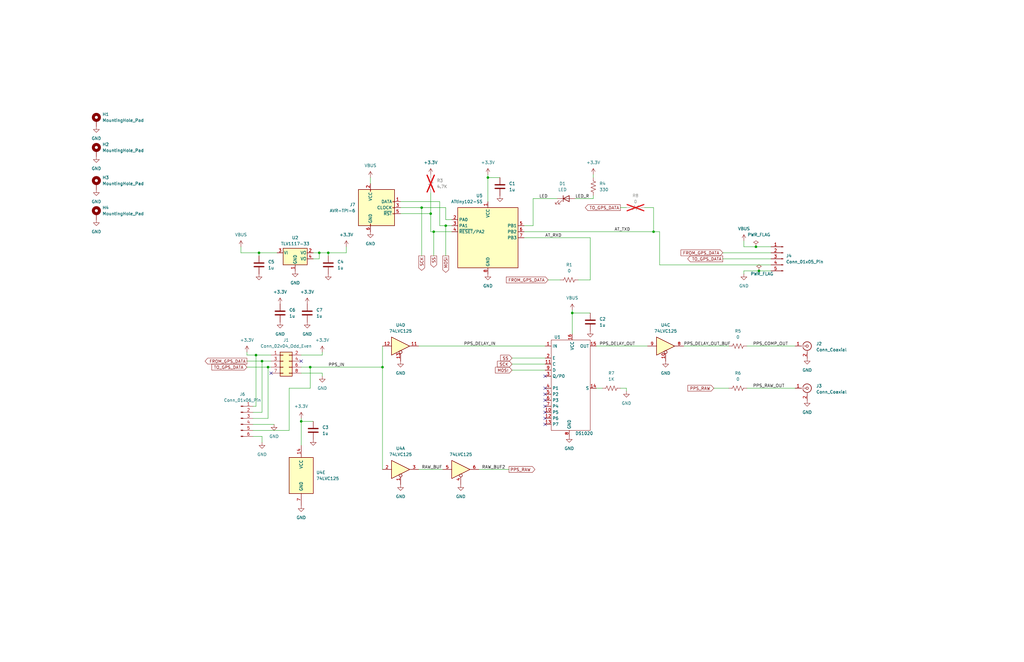
<source format=kicad_sch>
(kicad_sch (version 20230121) (generator eeschema)
  (paper "USLedger")
  (title_block (title "Sawtooth Correction Controller") (date "2024-02-15") (rev "0"))
  (lib_symbols
    (symbol "74xx:74LVC125" (pin_names (offset 1.016))
      (property "Reference" "U" (at 0 1.27 0))
      (property "Value" "74LVC125" (at 0 -1.27 0))
      (symbol "74LVC125_1_0"
        (polyline (pts (xy -3.81 3.81) (xy -3.81 -3.81) (xy 3.81 0) (xy -3.81 3.81)) (stroke (width 0.254)) (fill (type background)))
        (pin input inverted (at 0 -6.35 90) (length 4.445) (name "~") (number "1"))
        (pin input line (at -7.62 0 0) (length 3.81) (name "~") (number "2"))
        (pin tri_state line (at 7.62 0 180) (length 3.81) (name "~") (number "3"))
      )
      (symbol "74LVC125_2_0"
        (polyline (pts (xy -3.81 3.81) (xy -3.81 -3.81) (xy 3.81 0) (xy -3.81 3.81)) (stroke (width 0.254)) (fill (type background)))
        (pin input inverted (at 0 -6.35 90) (length 4.445) (name "~") (number "4"))
        (pin input line (at -7.62 0 0) (length 3.81) (name "~") (number "5"))
        (pin tri_state line (at 7.62 0 180) (length 3.81) (name "~") (number "6"))
      )
      (symbol "74LVC125_3_0"
        (polyline (pts (xy -3.81 3.81) (xy -3.81 -3.81) (xy 3.81 0) (xy -3.81 3.81)) (stroke (width 0.254)) (fill (type background)))
        (pin input inverted (at 0 -6.35 90) (length 4.445) (name "~") (number "10"))
        (pin tri_state line (at 7.62 0 180) (length 3.81) (name "~") (number "8"))
        (pin input line (at -7.62 0 0) (length 3.81) (name "~") (number "9"))
      )
      (symbol "74LVC125_4_0"
        (polyline (pts (xy -3.81 3.81) (xy -3.81 -3.81) (xy 3.81 0) (xy -3.81 3.81)) (stroke (width 0.254)) (fill (type background)))
        (pin tri_state line (at 7.62 0 180) (length 3.81) (name "~") (number "11"))
        (pin input line (at -7.62 0 0) (length 3.81) (name "~") (number "12"))
        (pin input inverted (at 0 -6.35 90) (length 4.445) (name "~") (number "13"))
      )
      (symbol "74LVC125_5_0"
        (pin power_in line (at 0 12.7 270) (length 5.08) (name "VCC") (number "14"))
        (pin power_in line (at 0 -12.7 90) (length 5.08) (name "GND") (number "7"))
      )
      (symbol "74LVC125_5_1"
        (rectangle (start -5.08 7.62) (end 5.08 -7.62) (stroke (width 0.254)) (fill (type background)))
      )
    )
    (symbol "Connector:AVR-TPI-6" (pin_names (offset 1.016))
      (property "Reference" "J" (at -6.35 8.89 0))
      (property "Value" "AVR-TPI-6" (at 0 8.89 0))
      (symbol "AVR-TPI-6_0_1"
        (rectangle (start -2.667 -6.858) (end -2.413 -7.62))
        (rectangle (start -2.667 7.62) (end -2.413 6.858))
        (rectangle (start 7.62 -2.413) (end 6.858 -2.667))
        (rectangle (start 7.62 0.127) (end 6.858 -0.127))
        (rectangle (start 7.62 2.667) (end 6.858 2.413))
        (rectangle (start 7.62 7.62) (end -7.62 -7.62) (stroke (width 0.254)) (fill (type background)))
      )
      (symbol "AVR-TPI-6_1_1"
        (pin passive line (at 10.16 2.54 180) (length 2.54) (name "DATA") (number "1"))
        (pin passive line (at -2.54 10.16 270) (length 2.54) (name "VCC") (number "2"))
        (pin passive line (at 10.16 0 180) (length 2.54) (name "CLOCK") (number "3"))
        (pin no_connect line (at 7.62 -5.08 180) (length 2.54) hide (name "NC") (number "4"))
        (pin passive line (at 10.16 -2.54 180) (length 2.54) (name "~{RST}") (number "5"))
        (pin passive line (at -2.54 -10.16 90) (length 2.54) (name "GND") (number "6"))
      )
    )
    (symbol "Connector:Conn_01x05_Pin" (pin_names (offset 1.016) hide)
      (property "Reference" "J" (at 0 7.62 0))
      (property "Value" "Conn_01x05_Pin" (at 0 -7.62 0))
      (symbol "Conn_01x05_Pin_1_1"
        (polyline (pts (xy 1.27 -5.08) (xy 0.8636 -5.08)) (stroke (width 0.1524)))
        (polyline (pts (xy 1.27 -2.54) (xy 0.8636 -2.54)) (stroke (width 0.1524)))
        (polyline (pts (xy 1.27 0) (xy 0.8636 0)) (stroke (width 0.1524)))
        (polyline (pts (xy 1.27 2.54) (xy 0.8636 2.54)) (stroke (width 0.1524)))
        (polyline (pts (xy 1.27 5.08) (xy 0.8636 5.08)) (stroke (width 0.1524)))
        (rectangle (start 0.8636 -4.953) (end 0 -5.207) (stroke (width 0.1524)) (fill (type outline)))
        (rectangle (start 0.8636 -2.413) (end 0 -2.667) (stroke (width 0.1524)) (fill (type outline)))
        (rectangle (start 0.8636 0.127) (end 0 -0.127) (stroke (width 0.1524)) (fill (type outline)))
        (rectangle (start 0.8636 2.667) (end 0 2.413) (stroke (width 0.1524)) (fill (type outline)))
        (rectangle (start 0.8636 5.207) (end 0 4.953) (stroke (width 0.1524)) (fill (type outline)))
        (pin passive line (at 5.08 5.08 180) (length 3.81) (name "Pin_1") (number "1"))
        (pin passive line (at 5.08 2.54 180) (length 3.81) (name "Pin_2") (number "2"))
        (pin passive line (at 5.08 0 180) (length 3.81) (name "Pin_3") (number "3"))
        (pin passive line (at 5.08 -2.54 180) (length 3.81) (name "Pin_4") (number "4"))
        (pin passive line (at 5.08 -5.08 180) (length 3.81) (name "Pin_5") (number "5"))
      )
    )
    (symbol "Connector:Conn_01x06_Pin" (pin_names (offset 1.016) hide)
      (property "Reference" "J" (at 0 7.62 0))
      (property "Value" "Conn_01x06_Pin" (at 0 -10.16 0))
      (symbol "Conn_01x06_Pin_1_1"
        (polyline (pts (xy 1.27 -7.62) (xy 0.8636 -7.62)) (stroke (width 0.1524)))
        (polyline (pts (xy 1.27 -5.08) (xy 0.8636 -5.08)) (stroke (width 0.1524)))
        (polyline (pts (xy 1.27 -2.54) (xy 0.8636 -2.54)) (stroke (width 0.1524)))
        (polyline (pts (xy 1.27 0) (xy 0.8636 0)) (stroke (width 0.1524)))
        (polyline (pts (xy 1.27 2.54) (xy 0.8636 2.54)) (stroke (width 0.1524)))
        (polyline (pts (xy 1.27 5.08) (xy 0.8636 5.08)) (stroke (width 0.1524)))
        (rectangle (start 0.8636 -7.493) (end 0 -7.747) (stroke (width 0.1524)) (fill (type outline)))
        (rectangle (start 0.8636 -4.953) (end 0 -5.207) (stroke (width 0.1524)) (fill (type outline)))
        (rectangle (start 0.8636 -2.413) (end 0 -2.667) (stroke (width 0.1524)) (fill (type outline)))
        (rectangle (start 0.8636 0.127) (end 0 -0.127) (stroke (width 0.1524)) (fill (type outline)))
        (rectangle (start 0.8636 2.667) (end 0 2.413) (stroke (width 0.1524)) (fill (type outline)))
        (rectangle (start 0.8636 5.207) (end 0 4.953) (stroke (width 0.1524)) (fill (type outline)))
        (pin passive line (at 5.08 5.08 180) (length 3.81) (name "Pin_1") (number "1"))
        (pin passive line (at 5.08 2.54 180) (length 3.81) (name "Pin_2") (number "2"))
        (pin passive line (at 5.08 0 180) (length 3.81) (name "Pin_3") (number "3"))
        (pin passive line (at 5.08 -2.54 180) (length 3.81) (name "Pin_4") (number "4"))
        (pin passive line (at 5.08 -5.08 180) (length 3.81) (name "Pin_5") (number "5"))
        (pin passive line (at 5.08 -7.62 180) (length 3.81) (name "Pin_6") (number "6"))
      )
    )
    (symbol "Connector:Conn_Coaxial" (pin_names (offset 1.016) hide)
      (property "Reference" "J" (at 0.254 3.048 0))
      (property "Value" "Conn_Coaxial" (at 2.921 0 90))
      (symbol "Conn_Coaxial_0_1"
        (arc (start -1.778 -0.508) (mid 0.2311 -1.8066) (end 1.778 0) (stroke (width 0.254)))
        (polyline (pts (xy -2.54 0) (xy -0.508 0)))
        (polyline (pts (xy 0 -2.54) (xy 0 -1.778)))
        (circle (center 0 0) (radius 0.508) (stroke (width 0.2032)))
        (arc (start 1.778 0) (mid 0.2099 1.8101) (end -1.778 0.508) (stroke (width 0.254)))
      )
      (symbol "Conn_Coaxial_1_1"
        (pin passive line (at -5.08 0 0) (length 2.54) (name "In") (number "1"))
        (pin passive line (at 0 -5.08 90) (length 2.54) (name "Ext") (number "2"))
      )
    )
    (symbol "Connector_Generic:Conn_02x04_Odd_Even" (pin_names (offset 1.016) hide)
      (property "Reference" "J" (at 1.27 5.08 0))
      (property "Value" "Conn_02x04_Odd_Even" (at 1.27 -7.62 0))
      (symbol "Conn_02x04_Odd_Even_1_1"
        (rectangle (start -1.27 -4.953) (end 0 -5.207) (stroke (width 0.1524)))
        (rectangle (start -1.27 -2.413) (end 0 -2.667) (stroke (width 0.1524)))
        (rectangle (start -1.27 0.127) (end 0 -0.127) (stroke (width 0.1524)))
        (rectangle (start -1.27 2.667) (end 0 2.413) (stroke (width 0.1524)))
        (rectangle (start -1.27 3.81) (end 3.81 -6.35) (stroke (width 0.254)) (fill (type background)))
        (rectangle (start 3.81 -4.953) (end 2.54 -5.207) (stroke (width 0.1524)))
        (rectangle (start 3.81 -2.413) (end 2.54 -2.667) (stroke (width 0.1524)))
        (rectangle (start 3.81 0.127) (end 2.54 -0.127) (stroke (width 0.1524)))
        (rectangle (start 3.81 2.667) (end 2.54 2.413) (stroke (width 0.1524)))
        (pin passive line (at -5.08 2.54 0) (length 3.81) (name "Pin_1") (number "1"))
        (pin passive line (at 7.62 2.54 180) (length 3.81) (name "Pin_2") (number "2"))
        (pin passive line (at -5.08 0 0) (length 3.81) (name "Pin_3") (number "3"))
        (pin passive line (at 7.62 0 180) (length 3.81) (name "Pin_4") (number "4"))
        (pin passive line (at -5.08 -2.54 0) (length 3.81) (name "Pin_5") (number "5"))
        (pin passive line (at 7.62 -2.54 180) (length 3.81) (name "Pin_6") (number "6"))
        (pin passive line (at -5.08 -5.08 0) (length 3.81) (name "Pin_7") (number "7"))
        (pin passive line (at 7.62 -5.08 180) (length 3.81) (name "Pin_8") (number "8"))
      )
    )
    (symbol "Device:C" (pin_numbers hide) (pin_names (offset 0.254))
      (property "Reference" "C" (at 0.635 2.54 0))
      (property "Value" "C" (at 0.635 -2.54 0))
      (symbol "C_0_1"
        (polyline (pts (xy -2.032 -0.762) (xy 2.032 -0.762)) (stroke (width 0.508)))
        (polyline (pts (xy -2.032 0.762) (xy 2.032 0.762)) (stroke (width 0.508)))
      )
      (symbol "C_1_1"
        (pin passive line (at 0 3.81 270) (length 2.794) (name "~") (number "1"))
        (pin passive line (at 0 -3.81 90) (length 2.794) (name "~") (number "2"))
      )
    )
    (symbol "Device:LED" (pin_numbers hide) (pin_names (offset 1.016) hide)
      (property "Reference" "D" (at 0 2.54 0))
      (property "Value" "LED" (at 0 -2.54 0))
      (symbol "LED_0_1"
        (polyline (pts (xy -1.27 -1.27) (xy -1.27 1.27)) (stroke (width 0.254)))
        (polyline (pts (xy -1.27 0) (xy 1.27 0)))
        (polyline (pts (xy 1.27 -1.27) (xy 1.27 1.27) (xy -1.27 0) (xy 1.27 -1.27)) (stroke (width 0.254)))
        (polyline (pts (xy -3.048 -0.762) (xy -4.572 -2.286) (xy -3.81 -2.286) (xy -4.572 -2.286) (xy -4.572 -1.524)))
        (polyline (pts (xy -1.778 -0.762) (xy -3.302 -2.286) (xy -2.54 -2.286) (xy -3.302 -2.286) (xy -3.302 -1.524)))
      )
      (symbol "LED_1_1"
        (pin passive line (at -3.81 0 0) (length 2.54) (name "K") (number "1"))
        (pin passive line (at 3.81 0 180) (length 2.54) (name "A") (number "2"))
      )
    )
    (symbol "Device:R_US" (pin_numbers hide) (pin_names (offset 0))
      (property "Reference" "R" (at 2.54 0 90))
      (property "Value" "R_US" (at -2.54 0 90))
      (symbol "R_US_0_1"
        (polyline (pts (xy 0 -2.286) (xy 0 -2.54)))
        (polyline (pts (xy 0 2.286) (xy 0 2.54)))
        (polyline (pts (xy 0 -0.762) (xy 1.016 -1.143) (xy 0 -1.524) (xy -1.016 -1.905) (xy 0 -2.286)))
        (polyline (pts (xy 0 0.762) (xy 1.016 0.381) (xy 0 0) (xy -1.016 -0.381) (xy 0 -0.762)))
        (polyline (pts (xy 0 2.286) (xy 1.016 1.905) (xy 0 1.524) (xy -1.016 1.143) (xy 0 0.762)))
      )
      (symbol "R_US_1_1"
        (pin passive line (at 0 3.81 270) (length 1.27) (name "~") (number "1"))
        (pin passive line (at 0 -3.81 90) (length 1.27) (name "~") (number "2"))
      )
    )
    (symbol "MCU_Microchip_ATtiny:ATtiny102-SS"
      (property "Reference" "U" (at -12.7 13.97 0))
      (property "Value" "ATtiny102-SS" (at 2.54 -13.97 0))
      (symbol "ATtiny102-SS_0_1"
        (rectangle (start -12.7 -12.7) (end 12.7 12.7) (stroke (width 0.254)) (fill (type background)))
      )
      (symbol "ATtiny102-SS_1_1"
        (pin power_in line (at 0 15.24 270) (length 2.54) (name "VCC") (number "1"))
        (pin bidirectional line (at 15.24 7.62 180) (length 2.54) (name "PA0") (number "2"))
        (pin bidirectional line (at 15.24 5.08 180) (length 2.54) (name "PA1") (number "3"))
        (pin bidirectional line (at 15.24 2.54 180) (length 2.54) (name "~{RESET}/PA2") (number "4"))
        (pin bidirectional line (at -15.24 5.08 0) (length 2.54) (name "PB1") (number "5"))
        (pin bidirectional line (at -15.24 2.54 0) (length 2.54) (name "PB2") (number "6"))
        (pin bidirectional line (at -15.24 0 0) (length 2.54) (name "PB3") (number "7"))
        (pin power_in line (at 0 -15.24 90) (length 2.54) (name "GND") (number "8"))
      )
    )
    (symbol "Mechanical:MountingHole_Pad" (pin_numbers hide) (pin_names (offset 1.016) hide)
      (property "Reference" "H" (at 0 6.35 0))
      (property "Value" "MountingHole_Pad" (at 0 4.445 0))
      (symbol "MountingHole_Pad_0_1"
        (circle (center 0 1.27) (radius 1.27) (stroke (width 1.27)))
      )
      (symbol "MountingHole_Pad_1_1"
        (pin input line (at 0 -2.54 90) (length 2.54) (name "1") (number "1"))
      )
    )
    (symbol "Regulator_Linear:TLV1117-33" (pin_names (offset 0.254))
      (property "Reference" "U2" (at 0 6.35 0))
      (property "Value" "TLV1117-33" (at 0 3.81 0))
      (symbol "TLV1117-33_0_1"
        (rectangle (start -5.08 -5.08) (end 5.08 1.905) (stroke (width 0.254)) (fill (type background)))
      )
      (symbol "TLV1117-33_1_1"
        (pin power_in line (at 0 -7.62 90) (length 2.54) (name "GND") (number "1"))
        (pin power_out line (at 7.62 0 180) (length 2.54) (name "VO") (number "2"))
        (pin power_in line (at -7.62 0 0) (length 2.54) (name "VI") (number "3"))
        (pin power_out line (at 7.62 -2.54 180) (length 2.54) (name "VO") (number "4"))
      )
    )
    (symbol "bgelb_lib:DS1020"
      (property "Reference" "U" (at -7.62 19.05 0))
      (property "Value" "DS1020" (at 8.89 -21.59 0))
      (symbol "DS1020_0_1"
        (rectangle (start -7.62 17.78) (end 8.89 -20.32))
      )
      (symbol "DS1020_1_1"
        (pin input line (at -10.16 15.24 0) (length 2.54) (name "IN") (number "1"))
        (pin input line (at -10.16 -12.7 0) (length 2.54) (name "P5") (number "10"))
        (pin input line (at -10.16 7.62 0) (length 2.54) (name "C") (number "11"))
        (pin input line (at -10.16 -15.24 0) (length 2.54) (name "P6") (number "12"))
        (pin input line (at -10.16 -17.78 0) (length 2.54) (name "P7") (number "13"))
        (pin input line (at 11.43 -2.54 180) (length 2.54) (name "S") (number "14"))
        (pin output line (at 11.43 15.24 180) (length 2.54) (name "OUT") (number "15"))
        (pin power_in line (at 1.27 20.32 270) (length 2.54) (name "VCC") (number "16"))
        (pin input line (at -10.16 10.16 0) (length 2.54) (name "E") (number "2"))
        (pin bidirectional line (at -10.16 2.54 0) (length 2.54) (name "Q/P0") (number "3"))
        (pin input line (at -10.16 -2.54 0) (length 2.54) (name "P1") (number "4"))
        (pin input line (at -10.16 -5.08 0) (length 2.54) (name "P2") (number "5"))
        (pin input line (at -10.16 -7.62 0) (length 2.54) (name "P3") (number "6"))
        (pin input line (at -10.16 -10.16 0) (length 2.54) (name "P4") (number "7"))
        (pin power_in line (at 0 -22.86 90) (length 2.54) (name "GND") (number "8"))
        (pin input line (at -10.16 5.08 0) (length 2.54) (name "D") (number "9"))
      )
    )
    (symbol "power:+3.3V" (power) (pin_names (offset 0))
      (property "Value" "+3.3V" (at 0 3.556 0))
      (symbol "+3.3V_0_1"
        (polyline (pts (xy -0.762 1.27) (xy 0 2.54)))
        (polyline (pts (xy 0 0) (xy 0 2.54)))
        (polyline (pts (xy 0 2.54) (xy 0.762 1.27)))
      )
      (symbol "+3.3V_1_1"
        (pin power_in line (at 0 0 90) (length 0) hide (name "+3.3V") (number "1"))
      )
    )
    (symbol "power:GND" (power) (pin_names (offset 0))
      (property "Value" "GND" (at 0 -3.81 0))
      (symbol "GND_0_1"
        (polyline (pts (xy 0 0) (xy 0 -1.27) (xy 1.27 -1.27) (xy 0 -2.54) (xy -1.27 -1.27) (xy 0 -1.27)))
      )
      (symbol "GND_1_1"
        (pin power_in line (at 0 0 270) (length 0) hide (name "GND") (number "1"))
      )
    )
    (symbol "power:PWR_FLAG" (power) (pin_numbers hide) (pin_names (offset 0) hide)
      (property "Value" "PWR_FLAG" (at 0 3.81 0))
      (symbol "PWR_FLAG_0_0"
        (pin power_out line (at 0 0 90) (length 0) (name "pwr") (number "1"))
      )
      (symbol "PWR_FLAG_0_1"
        (polyline (pts (xy 0 0) (xy 0 1.27) (xy -1.016 1.905) (xy 0 2.54) (xy 1.016 1.905) (xy 0 1.27)))
      )
    )
    (symbol "power:VBUS" (power) (pin_names (offset 0))
      (property "Value" "VBUS" (at 0 3.81 0))
      (symbol "VBUS_0_1"
        (polyline (pts (xy -0.762 1.27) (xy 0 2.54)))
        (polyline (pts (xy 0 0) (xy 0 2.54)))
        (polyline (pts (xy 0 2.54) (xy 0.762 1.27)))
      )
      (symbol "VBUS_1_1"
        (pin power_in line (at 0 0 90) (length 0) hide (name "VBUS") (number "1"))
      )
    )
  )
  (junction (at 107.95 149.86))
  (junction (at 241.3 132.08))
  (junction (at 181.61 90.17))
  (junction (at 182.88 97.79))
  (junction (at 109.22 106.68))
  (junction (at 161.29 154.94))
  (junction (at 138.43 106.68))
  (junction (at 205.74 74.93))
  (junction (at 127 177.8))
  (junction (at 318.77 104.14))
  (junction (at 275.59 97.79))
  (junction (at 113.03 154.94))
  (junction (at 134.62 106.68))
  (junction (at 320.04 114.3))
  (junction (at 130.81 154.94))
  (junction (at 110.49 152.4))
  (junction (at 177.8 87.63))
  (junction (at 187.96 95.25))
  (no_connect (at 229.87 168.91))
  (no_connect (at 229.87 173.99))
  (no_connect (at 229.87 163.83))
  (no_connect (at 229.87 158.75))
  (no_connect (at 229.87 179.07))
  (no_connect (at 127 152.4))
  (no_connect (at 229.87 166.37))
  (no_connect (at 229.87 171.45))
  (no_connect (at 229.87 176.53))
  (no_connect (at 114.3 157.48))
  (wire (pts (xy 220.98 95.25) (xy 224.79 95.25)))
  (wire (pts (xy 168.91 90.17) (xy 181.61 90.17)))
  (wire (pts (xy 314.96 163.83) (xy 335.28 163.83)))
  (wire (pts (xy 106.68 184.15) (xy 110.49 184.15)))
  (wire (pts (xy 242.57 83.82) (xy 250.19 83.82)))
  (wire (pts (xy 241.3 130.81) (xy 241.3 132.08)))
  (wire (pts (xy 127 149.86) (xy 135.89 149.86)))
  (wire (pts (xy 110.49 152.4) (xy 114.3 152.4)))
  (wire (pts (xy 215.9 156.21) (xy 229.87 156.21)))
  (wire (pts (xy 201.93 198.12) (xy 214.63 198.12)))
  (wire (pts (xy 181.61 81.28) (xy 181.61 90.17)))
  (wire (pts (xy 135.89 149.86) (xy 135.89 148.59)))
  (wire (pts (xy 127 154.94) (xy 130.81 154.94)))
  (wire (pts (xy 113.03 176.53) (xy 113.03 154.94)))
  (wire (pts (xy 313.69 101.6) (xy 313.69 104.14)))
  (wire (pts (xy 185.42 95.25) (xy 187.96 95.25)))
  (wire (pts (xy 176.53 198.12) (xy 186.69 198.12)))
  (wire (pts (xy 275.59 97.79) (xy 278.13 97.79)))
  (wire (pts (xy 121.92 163.83) (xy 130.81 163.83)))
  (wire (pts (xy 106.68 171.45) (xy 107.95 171.45)))
  (wire (pts (xy 177.8 87.63) (xy 177.8 107.95)))
  (wire (pts (xy 224.79 95.25) (xy 224.79 83.82)))
  (wire (pts (xy 104.14 154.94) (xy 113.03 154.94)))
  (wire (pts (xy 304.8 106.68) (xy 325.12 106.68)))
  (wire (pts (xy 187.96 95.25) (xy 190.5 95.25)))
  (wire (pts (xy 106.68 179.07) (xy 115.57 179.07)))
  (wire (pts (xy 168.91 85.09) (xy 185.42 85.09)))
  (wire (pts (xy 127 177.8) (xy 127 187.96)))
  (wire (pts (xy 300.99 163.83) (xy 307.34 163.83)))
  (wire (pts (xy 107.95 149.86) (xy 114.3 149.86)))
  (wire (pts (xy 161.29 146.05) (xy 161.29 154.94)))
  (wire (pts (xy 314.96 146.05) (xy 335.28 146.05)))
  (wire (pts (xy 313.69 104.14) (xy 318.77 104.14)))
  (wire (pts (xy 278.13 111.76) (xy 325.12 111.76)))
  (wire (pts (xy 250.19 83.82) (xy 250.19 82.55)))
  (wire (pts (xy 241.3 132.08) (xy 241.3 140.97)))
  (wire (pts (xy 127 157.48) (xy 135.89 157.48)))
  (wire (pts (xy 205.74 74.93) (xy 210.82 74.93)))
  (wire (pts (xy 243.84 118.11) (xy 248.92 118.11)))
  (wire (pts (xy 231.14 118.11) (xy 236.22 118.11)))
  (wire (pts (xy 146.05 104.14) (xy 146.05 106.68)))
  (wire (pts (xy 107.95 171.45) (xy 107.95 149.86)))
  (wire (pts (xy 161.29 154.94) (xy 161.29 198.12)))
  (wire (pts (xy 109.22 106.68) (xy 101.6 106.68)))
  (wire (pts (xy 205.74 74.93) (xy 205.74 85.09)))
  (wire (pts (xy 176.53 146.05) (xy 229.87 146.05)))
  (wire (pts (xy 132.08 106.68) (xy 134.62 106.68)))
  (wire (pts (xy 107.95 149.86) (xy 104.14 149.86)))
  (wire (pts (xy 278.13 97.79) (xy 278.13 111.76)))
  (wire (pts (xy 224.79 83.82) (xy 234.95 83.82)))
  (wire (pts (xy 101.6 106.68) (xy 101.6 104.14)))
  (wire (pts (xy 288.29 146.05) (xy 307.34 146.05)))
  (wire (pts (xy 187.96 87.63) (xy 187.96 92.71)))
  (wire (pts (xy 251.46 163.83) (xy 254 163.83)))
  (wire (pts (xy 127 176.53) (xy 127 177.8)))
  (wire (pts (xy 181.61 97.79) (xy 182.88 97.79)))
  (wire (pts (xy 130.81 163.83) (xy 130.81 154.94)))
  (wire (pts (xy 168.91 87.63) (xy 177.8 87.63)))
  (wire (pts (xy 182.88 97.79) (xy 190.5 97.79)))
  (wire (pts (xy 251.46 146.05) (xy 273.05 146.05)))
  (wire (pts (xy 205.74 73.66) (xy 205.74 74.93)))
  (wire (pts (xy 271.78 87.63) (xy 275.59 87.63)))
  (wire (pts (xy 132.08 109.22) (xy 134.62 109.22)))
  (wire (pts (xy 220.98 100.33) (xy 248.92 100.33)))
  (wire (pts (xy 134.62 109.22) (xy 134.62 106.68)))
  (wire (pts (xy 113.03 154.94) (xy 114.3 154.94)))
  (wire (pts (xy 177.8 87.63) (xy 187.96 87.63)))
  (wire (pts (xy 134.62 106.68) (xy 138.43 106.68)))
  (wire (pts (xy 220.98 97.79) (xy 275.59 97.79)))
  (wire (pts (xy 248.92 118.11) (xy 248.92 100.33)))
  (wire (pts (xy 106.68 181.61) (xy 121.92 181.61)))
  (wire (pts (xy 275.59 87.63) (xy 275.59 97.79)))
  (wire (pts (xy 109.22 106.68) (xy 116.84 106.68)))
  (wire (pts (xy 215.9 151.13) (xy 229.87 151.13)))
  (wire (pts (xy 104.14 152.4) (xy 110.49 152.4)))
  (wire (pts (xy 156.21 74.93) (xy 156.21 77.47)))
  (wire (pts (xy 248.92 132.08) (xy 241.3 132.08)))
  (wire (pts (xy 138.43 107.95) (xy 138.43 106.68)))
  (wire (pts (xy 185.42 85.09) (xy 185.42 95.25)))
  (wire (pts (xy 181.61 90.17) (xy 181.61 97.79)))
  (wire (pts (xy 304.8 109.22) (xy 325.12 109.22)))
  (wire (pts (xy 106.68 176.53) (xy 113.03 176.53)))
  (wire (pts (xy 215.9 153.67) (xy 229.87 153.67)))
  (wire (pts (xy 182.88 97.79) (xy 182.88 107.95)))
  (wire (pts (xy 313.69 114.3) (xy 320.04 114.3)))
  (wire (pts (xy 135.89 157.48) (xy 135.89 158.75)))
  (wire (pts (xy 320.04 114.3) (xy 325.12 114.3)))
  (wire (pts (xy 106.68 173.99) (xy 110.49 173.99)))
  (wire (pts (xy 146.05 106.68) (xy 138.43 106.68)))
  (wire (pts (xy 104.14 149.86) (xy 104.14 148.59)))
  (wire (pts (xy 318.77 104.14) (xy 325.12 104.14)))
  (wire (pts (xy 110.49 173.99) (xy 110.49 152.4)))
  (wire (pts (xy 261.62 163.83) (xy 264.16 163.83)))
  (wire (pts (xy 261.62 87.63) (xy 264.16 87.63)))
  (wire (pts (xy 121.92 181.61) (xy 121.92 163.83)))
  (wire (pts (xy 187.96 95.25) (xy 187.96 107.95)))
  (wire (pts (xy 127 177.8) (xy 132.08 177.8)))
  (wire (pts (xy 250.19 73.66) (xy 250.19 74.93)))
  (wire (pts (xy 313.69 114.3) (xy 313.69 115.57)))
  (wire (pts (xy 110.49 184.15) (xy 110.49 186.69)))
  (wire (pts (xy 187.96 92.71) (xy 190.5 92.71)))
  (wire (pts (xy 264.16 163.83) (xy 264.16 165.1)))
  (wire (pts (xy 130.81 154.94) (xy 161.29 154.94)))
  (wire (pts (xy 109.22 106.68) (xy 109.22 107.95)))
  (label "RAW_BUF2" (at 203.2 198.12 0))
  (label "PPS_DELAY_IN" (at 195.58 146.05 0))
  (label "AT_RXD" (at 229.87 100.33 0))
  (label "LED_R" (at 242.57 83.82 0))
  (label "PPS_DELAY_OUT_BUF" (at 288.29 146.05 0))
  (label "PPS_DELAY_OUT" (at 252.73 146.05 0))
  (label "LED" (at 227.33 83.82 0))
  (label "AT_TXD" (at 259.08 97.79 0))
  (label "PPS_COMP_OUT" (at 317.5 146.05 0))
  (label "PPS_IN" (at 138.43 154.94 0))
  (label "RAW_BUF" (at 177.8 198.12 0))
  (label "PPS_RAW_OUT" (at 317.5 163.83 0))
  (global_label "FROM_GPS_DATA" (shape input) (at 304.8 106.68 180) (property "Intersheetrefs" "${INTERSHEET_REFS}" (effects hide)))
  (global_label "PPS_RAW" (shape input) (at 300.99 163.83 180) (property "Intersheetrefs" "${INTERSHEET_REFS}" (effects hide)))
  (global_label "SCK" (shape output) (at 177.8 107.95 270) (property "Intersheetrefs" "${INTERSHEET_REFS}" (effects hide)))
  (global_label "SCK" (shape input) (at 215.9 153.67 180) (property "Intersheetrefs" "${INTERSHEET_REFS}" (effects hide)))
  (global_label "FROM_GPS_DATA" (shape input) (at 231.14 118.11 180) (property "Intersheetrefs" "${INTERSHEET_REFS}" (effects hide)))
  (global_label "TO_GPS_DATA" (shape output) (at 261.62 87.63 180) (property "Intersheetrefs" "${INTERSHEET_REFS}" (effects hide)))
  (global_label "MOSI" (shape input) (at 215.9 156.21 180) (property "Intersheetrefs" "${INTERSHEET_REFS}" (effects hide)))
  (global_label "SS" (shape input) (at 215.9 151.13 180) (property "Intersheetrefs" "${INTERSHEET_REFS}" (effects hide)))
  (global_label "FROM_GPS_DATA" (shape output) (at 104.14 152.4 180) (property "Intersheetrefs" "${INTERSHEET_REFS}" (effects hide)))
  (global_label "MOSI" (shape output) (at 187.96 107.95 270) (property "Intersheetrefs" "${INTERSHEET_REFS}" (effects hide)))
  (global_label "TO_GPS_DATA" (shape input) (at 104.14 154.94 180) (property "Intersheetrefs" "${INTERSHEET_REFS}" (effects hide)))
  (global_label "PPS_RAW" (shape output) (at 214.63 198.12 0) (property "Intersheetrefs" "${INTERSHEET_REFS}" (effects hide)))
  (global_label "SS" (shape output) (at 182.88 107.95 270) (property "Intersheetrefs" "${INTERSHEET_REFS}" (effects hide)))
  (global_label "TO_GPS_DATA" (shape output) (at 304.8 109.22 180) (property "Intersheetrefs" "${INTERSHEET_REFS}" (effects hide)))
  (symbol (lib_id "power:GND") (at 210.82 82.55 0) (unit 1)
    (property "Reference" "#PWR014" (effects hide))
    (property "Value" "GND" (effects hide))
  )
  (symbol (lib_id "Regulator_Linear:TLV1117-33") (at 124.46 106.68 0) (unit 1)
    (property "Reference" "U2" (at 124.46 100.33 0))
    (property "Value" "TLV1117-33" (at 124.46 102.87 0))
    (property "Footprint" "Package_TO_SOT_SMD:SOT-223" (effects hide))
    (property "Datasheet" "http://www.ti.com/lit/ds/symlink/tlv1117.pdf" (effects hide))
  )
  (symbol (lib_id "power:GND") (at 340.36 151.13 0) (unit 1)
    (property "Reference" "#PWR024" (effects hide))
    (property "Value" "GND" (at 340.36 156.21 0))
  )
  (symbol (lib_id "MCU_Microchip_ATtiny:ATtiny102-SS") (at 205.74 100.33 0) (mirror y) (unit 1)
    (property "Reference" "U5" (at 203.5459 82.55 0) (effects (justify left)))
    (property "Value" "ATtiny102-SS" (at 203.5459 85.09 0) (effects (justify left)))
    (property "Footprint" "Package_SO:SOIC-8_3.9x4.9mm_P1.27mm" (effects hide))
    (property "Datasheet" "http://ww1.microchip.com/downloads/en/DeviceDoc/Atmel-42505-8-bit-AVR-Microcontrollers-ATtiny102-ATtiny104_Datasheet.pdf" (effects hide))
  )
  (symbol (lib_id "Mechanical:MountingHole_Pad") (at 40.64 77.47 0) (unit 1)
    (property "Reference" "H3" (at 43.18 74.93 0) (effects (justify left)))
    (property "Value" "MountingHole_Pad" (at 43.18 77.47 0) (effects (justify left)))
    (property "Footprint" "MountingHole:MountingHole_3mm_Pad_TopBottom" (effects hide))
  )
  (symbol (lib_id "Device:C") (at 118.11 132.08 0) (unit 1)
    (property "Reference" "C6" (at 121.92 130.81 0) (effects (justify left)))
    (property "Value" "1u" (at 121.92 133.35 0) (effects (justify left)))
    (property "Footprint" "Capacitor_SMD:C_0805_2012Metric_Pad1.18x1.45mm_HandSolder" (effects hide))
  )
  (symbol (lib_id "Connector:Conn_Coaxial") (at 340.36 163.83 0) (unit 1)
    (property "Reference" "J3" (at 344.17 162.8532 0) (effects (justify left)))
    (property "Value" "Conn_Coaxial" (at 344.17 165.3932 0) (effects (justify left)))
    (property "Footprint" "Connector_Coaxial:SMA_Amphenol_901-143_Horizontal" (effects hide))
    (property "Datasheet" " ~" (effects hide))
  )
  (symbol (lib_id "power:GND") (at 127 213.36 0) (unit 1)
    (property "Reference" "#PWR020" (effects hide))
    (property "Value" "GND" (at 127 218.44 0))
  )
  (symbol (lib_id "power:+3.3V") (at 118.11 128.27 0) (unit 1)
    (property "Reference" "#PWR040" (effects hide))
    (property "Value" "+3.3V" (at 118.11 123.19 0))
  )
  (symbol (lib_id "Device:R_US") (at 250.19 78.74 180) (unit 1)
    (property "Reference" "R4" (at 252.73 77.47 0) (effects (justify right)))
    (property "Value" "330" (at 252.73 80.01 0) (effects (justify right)))
    (property "Footprint" "Resistor_SMD:R_0805_2012Metric_Pad1.20x1.40mm_HandSolder" (effects hide))
  )
  (symbol (lib_id "74xx:74LVC125") (at 127 200.66 0) (unit 5)
    (property "Reference" "U4" (at 133.35 199.39 0) (effects (justify left)))
    (property "Value" "74LVC125" (at 133.35 201.93 0) (effects (justify left)))
    (property "Footprint" "Package_SO:SOIC-14_3.9x8.7mm_P1.27mm" (effects hide))
    (property "Datasheet" "http://www.ti.com/lit/gpn/sn74LVC125" (effects hide))
  )
  (symbol (lib_id "Device:R_US") (at 311.15 146.05 270) (unit 1)
    (property "Reference" "R5" (at 311.15 139.7 90))
    (property "Value" "0" (at 311.15 142.24 90))
    (property "Footprint" "Resistor_SMD:R_0805_2012Metric_Pad1.20x1.40mm_HandSolder" (effects hide))
  )
  (symbol (lib_id "power:+3.3V") (at 104.14 148.59 0) (unit 1)
    (property "Reference" "#PWR010" (effects hide))
    (property "Value" "+3.3V" (at 104.14 143.51 0))
  )
  (symbol (lib_id "Device:R_US") (at 267.97 87.63 270) (unit 1) (dnp yes)
    (property "Reference" "R8" (at 267.97 82.55 90))
    (property "Value" "0" (at 267.97 85.09 90))
    (property "Footprint" "Resistor_SMD:R_0805_2012Metric_Pad1.20x1.40mm_HandSolder" (effects hide))
  )
  (symbol (lib_id "power:GND") (at 109.22 115.57 0) (unit 1)
    (property "Reference" "#PWR031" (effects hide))
    (property "Value" "GND" (effects hide))
  )
  (symbol (lib_id "Connector:Conn_Coaxial") (at 340.36 146.05 0) (unit 1)
    (property "Reference" "J2" (at 344.17 145.0732 0) (effects (justify left)))
    (property "Value" "Conn_Coaxial" (at 344.17 147.6132 0) (effects (justify left)))
    (property "Footprint" "Connector_Coaxial:SMA_Amphenol_901-143_Horizontal" (effects hide))
    (property "Datasheet" " ~" (effects hide))
  )
  (symbol (lib_id "power:GND") (at 135.89 158.75 0) (unit 1)
    (property "Reference" "#PWR011" (effects hide))
    (property "Value" "GND" (at 135.89 163.83 0))
  )
  (symbol (lib_id "74xx:74LVC125") (at 194.31 198.12 0) (unit 2)
    (property "Reference" "U4" (effects hide))
    (property "Value" "74LVC125" (at 194.31 191.77 0))
    (property "Footprint" "Package_SO:SOIC-14_3.9x8.7mm_P1.27mm" (effects hide))
    (property "Datasheet" "http://www.ti.com/lit/gpn/sn74LVC125" (effects hide))
  )
  (symbol (lib_id "power:PWR_FLAG") (at 318.77 104.14 0) (unit 1)
    (property "Reference" "#FLG01" (effects hide))
    (property "Value" "PWR_FLAG" (at 320.04 99.06 0))
  )
  (symbol (lib_id "power:VBUS") (at 101.6 104.14 0) (unit 1)
    (property "Reference" "#PWR01" (effects hide))
    (property "Value" "VBUS" (at 101.6 99.06 0))
  )
  (symbol (lib_id "power:GND") (at 205.74 115.57 0) (unit 1)
    (property "Reference" "#PWR07" (effects hide))
    (property "Value" "GND" (at 205.74 120.65 0))
  )
  (symbol (lib_id "power:GND") (at 40.64 80.01 0) (unit 1)
    (property "Reference" "#PWR035" (effects hide))
    (property "Value" "GND" (at 40.64 85.09 0))
  )
  (symbol (lib_id "power:+3.3V") (at 127 176.53 0) (unit 1)
    (property "Reference" "#PWR021" (effects hide))
    (property "Value" "+3.3V" (at 127 171.45 0))
  )
  (symbol (lib_id "power:+3.3V") (at 129.54 128.27 0) (unit 1)
    (property "Reference" "#PWR039" (effects hide))
    (property "Value" "+3.3V" (at 129.54 123.19 0))
  )
  (symbol (lib_id "Connector:Conn_01x05_Pin") (at 330.2 109.22 0) (mirror y) (unit 1)
    (property "Reference" "J4" (at 331.47 107.95 0) (effects (justify right)))
    (property "Value" "Conn_01x05_Pin" (at 331.47 110.49 0) (effects (justify right)))
    (property "Footprint" "Connector_PinHeader_2.54mm:PinHeader_1x05_P2.54mm_Vertical" (effects hide))
  )
  (symbol (lib_id "bgelb_lib:DS1020") (at 240.03 161.29 0) (unit 1)
    (property "Reference" "U1" (at 233.68 142.24 0) (effects (justify left)))
    (property "Value" "DS1020" (at 242.57 182.88 0) (effects (justify left)))
    (property "Footprint" "Package_SO:SOIC-16W_7.5x10.3mm_P1.27mm" (effects hide))
  )
  (symbol (lib_id "power:VBUS") (at 156.21 74.93 0) (unit 1)
    (property "Reference" "#PWR029" (effects hide))
    (property "Value" "VBUS" (at 156.21 69.85 0))
  )
  (symbol (lib_id "power:GND") (at 110.49 186.69 0) (unit 1)
    (property "Reference" "#PWR032" (effects hide))
    (property "Value" "GND" (at 110.49 191.77 0))
  )
  (symbol (lib_id "power:GND") (at 40.64 92.71 0) (unit 1)
    (property "Reference" "#PWR036" (effects hide))
    (property "Value" "GND" (at 40.64 97.79 0))
  )
  (symbol (lib_id "Device:R_US") (at 311.15 163.83 270) (unit 1)
    (property "Reference" "R6" (at 311.15 157.48 90))
    (property "Value" "0" (at 311.15 160.02 90))
    (property "Footprint" "Resistor_SMD:R_0805_2012Metric_Pad1.20x1.40mm_HandSolder" (effects hide))
  )
  (symbol (lib_id "Device:LED") (at 238.76 83.82 0) (unit 1)
    (property "Reference" "D1" (at 237.1725 77.47 0))
    (property "Value" "LED" (at 237.1725 80.01 0))
    (property "Footprint" "LED_SMD:LED_1206_3216Metric_Pad1.42x1.75mm_HandSolder" (effects hide))
  )
  (symbol (lib_id "power:VBUS") (at 313.69 101.6 0) (unit 1)
    (property "Reference" "#PWR026" (effects hide))
    (property "Value" "VBUS" (at 313.69 96.52 0))
  )
  (symbol (lib_id "power:GND") (at 168.91 152.4 0) (unit 1)
    (property "Reference" "#PWR018" (effects hide))
    (property "Value" "GND" (at 168.91 157.48 0))
  )
  (symbol (lib_id "power:PWR_FLAG") (at 320.04 114.3 0) (unit 1)
    (property "Reference" "#FLG02" (effects hide))
    (property "Value" "PWR_FLAG" (at 321.31 115.57 0))
  )
  (symbol (lib_id "power:GND") (at 124.46 114.3 0) (unit 1)
    (property "Reference" "#PWR03" (effects hide))
    (property "Value" "GND" (at 124.46 119.38 0))
  )
  (symbol (lib_id "Connector:AVR-TPI-6") (at 158.75 87.63 0) (unit 1)
    (property "Reference" "J7" (at 149.86 86.36 0) (effects (justify right)))
    (property "Value" "AVR-TPI-6" (at 149.86 88.9 0) (effects (justify right)))
    (property "Footprint" "Connector_PinHeader_2.54mm:PinHeader_2x03_P2.54mm_Vertical" (effects hide))
    (property "Datasheet" " ~" (effects hide))
  )
  (symbol (lib_id "power:GND") (at 313.69 115.57 0) (unit 1)
    (property "Reference" "#PWR027" (effects hide))
    (property "Value" "GND" (at 313.69 120.65 0))
  )
  (symbol (lib_id "74xx:74LVC125") (at 168.91 146.05 0) (unit 4)
    (property "Reference" "U4" (at 168.91 137.16 0))
    (property "Value" "74LVC125" (at 168.91 139.7 0))
    (property "Footprint" "Package_SO:SOIC-14_3.9x8.7mm_P1.27mm" (effects hide))
    (property "Datasheet" "http://www.ti.com/lit/gpn/sn74LVC125" (effects hide))
  )
  (symbol (lib_id "power:+3.3V") (at 181.61 73.66 0) (unit 1)
    (property "Reference" "#PWR06" (effects hide))
    (property "Value" "+3.3V" (at 181.61 68.58 0))
  )
  (symbol (lib_id "Mechanical:MountingHole_Pad") (at 40.64 50.8 0) (unit 1)
    (property "Reference" "H1" (at 43.18 48.26 0) (effects (justify left)))
    (property "Value" "MountingHole_Pad" (at 43.18 50.8 0) (effects (justify left)))
    (property "Footprint" "MountingHole:MountingHole_3mm_Pad_TopBottom" (effects hide))
  )
  (symbol (lib_id "power:GND") (at 40.64 66.04 0) (unit 1)
    (property "Reference" "#PWR034" (effects hide))
    (property "Value" "GND" (at 40.64 71.12 0))
  )
  (symbol (lib_id "Mechanical:MountingHole_Pad") (at 40.64 63.5 0) (unit 1)
    (property "Reference" "H2" (at 43.18 60.96 0) (effects (justify left)))
    (property "Value" "MountingHole_Pad" (at 43.18 63.5 0) (effects (justify left)))
    (property "Footprint" "MountingHole:MountingHole_3mm_Pad_TopBottom" (effects hide))
  )
  (symbol (lib_id "power:VBUS") (at 241.3 130.81 0) (unit 1)
    (property "Reference" "#PWR04" (effects hide))
    (property "Value" "VBUS" (at 241.3 125.73 0))
  )
  (symbol (lib_id "power:+3.3V") (at 135.89 148.59 0) (unit 1)
    (property "Reference" "#PWR09" (effects hide))
    (property "Value" "+3.3V" (at 135.89 143.51 0))
  )
  (symbol (lib_id "Device:C") (at 109.22 111.76 0) (unit 1)
    (property "Reference" "C5" (at 113.03 110.49 0) (effects (justify left)))
    (property "Value" "1u" (at 113.03 113.03 0) (effects (justify left)))
    (property "Footprint" "Capacitor_SMD:C_0805_2012Metric_Pad1.18x1.45mm_HandSolder" (effects hide))
  )
  (symbol (lib_id "power:GND") (at 340.36 168.91 0) (unit 1)
    (property "Reference" "#PWR025" (effects hide))
    (property "Value" "GND" (at 340.36 173.99 0))
  )
  (symbol (lib_id "power:+3.3V") (at 146.05 104.14 0) (unit 1)
    (property "Reference" "#PWR02" (effects hide))
    (property "Value" "+3.3V" (at 146.05 99.06 0))
  )
  (symbol (lib_id "74xx:74LVC125") (at 168.91 198.12 0) (unit 1)
    (property "Reference" "U4" (at 168.91 189.23 0))
    (property "Value" "74LVC125" (at 168.91 191.77 0))
    (property "Footprint" "Package_SO:SOIC-14_3.9x8.7mm_P1.27mm" (effects hide))
    (property "Datasheet" "http://www.ti.com/lit/gpn/sn74LVC125" (effects hide))
  )
  (symbol (lib_id "power:GND") (at 264.16 165.1 0) (unit 1)
    (property "Reference" "#PWR023" (effects hide))
    (property "Value" "GND" (at 264.16 170.18 0))
  )
  (symbol (lib_id "power:GND") (at 138.43 115.57 0) (unit 1)
    (property "Reference" "#PWR030" (effects hide))
    (property "Value" "GND" (effects hide))
  )
  (symbol (lib_id "Mechanical:MountingHole_Pad") (at 40.64 90.17 0) (unit 1)
    (property "Reference" "H4" (at 43.18 87.63 0) (effects (justify left)))
    (property "Value" "MountingHole_Pad" (at 43.18 90.17 0) (effects (justify left)))
    (property "Footprint" "MountingHole:MountingHole_3mm_Pad_TopBottom" (effects hide))
  )
  (symbol (lib_id "power:+3.3V") (at 205.74 73.66 0) (unit 1)
    (property "Reference" "#PWR013" (effects hide))
    (property "Value" "+3.3V" (at 205.74 68.58 0))
  )
  (symbol (lib_id "power:GND") (at 118.11 135.89 0) (unit 1)
    (property "Reference" "#PWR038" (effects hide))
    (property "Value" "GND" (at 118.11 140.97 0))
  )
  (symbol (lib_id "74xx:74LVC125") (at 280.67 146.05 0) (unit 3)
    (property "Reference" "U4" (at 280.67 137.16 0))
    (property "Value" "74LVC125" (at 280.67 139.7 0))
    (property "Footprint" "Package_SO:SOIC-14_3.9x8.7mm_P1.27mm" (effects hide))
    (property "Datasheet" "http://www.ti.com/lit/gpn/sn74LVC125" (effects hide))
  )
  (symbol (lib_id "Device:R_US") (at 181.61 77.47 180) (unit 1) (dnp yes)
    (property "Reference" "R3" (at 184.15 76.2 0) (effects (justify right)))
    (property "Value" "4.7K" (at 184.15 78.74 0) (effects (justify right)))
    (property "Footprint" "Resistor_SMD:R_0805_2012Metric_Pad1.20x1.40mm_HandSolder" (effects hide))
  )
  (symbol (lib_id "Device:C") (at 138.43 111.76 0) (unit 1)
    (property "Reference" "C4" (at 142.24 110.49 0) (effects (justify left)))
    (property "Value" "1u" (at 142.24 113.03 0) (effects (justify left)))
    (property "Footprint" "Capacitor_SMD:C_0805_2012Metric_Pad1.18x1.45mm_HandSolder" (effects hide))
  )
  (symbol (lib_id "power:GND") (at 156.21 97.79 0) (unit 1)
    (property "Reference" "#PWR028" (effects hide))
    (property "Value" "GND" (at 156.21 102.87 0))
  )
  (symbol (lib_id "power:GND") (at 40.64 53.34 0) (unit 1)
    (property "Reference" "#PWR019" (effects hide))
    (property "Value" "GND" (at 40.64 58.42 0))
  )
  (symbol (lib_id "Device:C") (at 248.92 135.89 0) (unit 1)
    (property "Reference" "C2" (at 252.73 134.62 0) (effects (justify left)))
    (property "Value" "1u" (at 252.73 137.16 0) (effects (justify left)))
    (property "Footprint" "Capacitor_SMD:C_0805_2012Metric_Pad1.18x1.45mm_HandSolder" (effects hide))
  )
  (symbol (lib_id "Device:C") (at 210.82 78.74 0) (unit 1)
    (property "Reference" "C1" (at 214.63 77.47 0) (effects (justify left)))
    (property "Value" "1u" (at 214.63 80.01 0) (effects (justify left)))
    (property "Footprint" "Capacitor_SMD:C_0805_2012Metric_Pad1.18x1.45mm_HandSolder" (effects hide))
  )
  (symbol (lib_id "power:GND") (at 280.67 152.4 0) (unit 1)
    (property "Reference" "#PWR017" (effects hide))
    (property "Value" "GND" (at 280.67 157.48 0))
  )
  (symbol (lib_id "Device:C") (at 129.54 132.08 0) (unit 1)
    (property "Reference" "C7" (at 133.35 130.81 0) (effects (justify left)))
    (property "Value" "1u" (at 133.35 133.35 0) (effects (justify left)))
    (property "Footprint" "Capacitor_SMD:C_0805_2012Metric_Pad1.18x1.45mm_HandSolder" (effects hide))
  )
  (symbol (lib_id "power:GND") (at 168.91 204.47 0) (unit 1)
    (property "Reference" "#PWR015" (effects hide))
    (property "Value" "GND" (at 168.91 209.55 0))
  )
  (symbol (lib_id "power:+3.3V") (at 250.19 73.66 0) (unit 1)
    (property "Reference" "#PWR012" (effects hide))
    (property "Value" "+3.3V" (at 250.19 68.58 0))
  )
  (symbol (lib_id "power:GND") (at 194.31 204.47 0) (unit 1)
    (property "Reference" "#PWR016" (effects hide))
    (property "Value" "GND" (at 194.31 209.55 0))
  )
  (symbol (lib_id "Device:R_US") (at 257.81 163.83 270) (unit 1)
    (property "Reference" "R7" (at 257.81 157.48 90))
    (property "Value" "1K" (at 257.81 160.02 90))
    (property "Footprint" "Resistor_SMD:R_0805_2012Metric_Pad1.20x1.40mm_HandSolder" (effects hide))
  )
  (symbol (lib_id "Connector_Generic:Conn_02x04_Odd_Even") (at 119.38 152.4 0) (unit 1)
    (property "Reference" "J1" (at 120.65 143.51 0))
    (property "Value" "Conn_02x04_Odd_Even" (at 120.65 146.05 0))
    (property "Footprint" "Connector_PinSocket_1.00mm:PinSocket_2x04_P1.00mm_Vertical_SMD" (effects hide))
  )
  (symbol (lib_id "power:GND") (at 132.08 185.42 0) (unit 1)
    (property "Reference" "#PWR022" (effects hide))
    (property "Value" "GND" (effects hide))
  )
  (symbol (lib_id "power:GND") (at 240.03 184.15 0) (unit 1)
    (property "Reference" "#PWR08" (effects hide))
    (property "Value" "GND" (at 240.03 189.23 0))
  )
  (symbol (lib_id "Device:C") (at 132.08 181.61 0) (unit 1)
    (property "Reference" "C3" (at 135.89 180.34 0) (effects (justify left)))
    (property "Value" "1u" (at 135.89 182.88 0) (effects (justify left)))
    (property "Footprint" "Capacitor_SMD:C_0805_2012Metric_Pad1.18x1.45mm_HandSolder" (effects hide))
  )
  (symbol (lib_id "power:GND") (at 129.54 135.89 0) (unit 1)
    (property "Reference" "#PWR037" (effects hide))
    (property "Value" "GND" (at 129.54 140.97 0))
  )
  (symbol (lib_id "Device:R_US") (at 240.03 118.11 270) (unit 1)
    (property "Reference" "R1" (at 240.03 111.76 90))
    (property "Value" "0" (at 240.03 114.3 90))
    (property "Footprint" "Resistor_SMD:R_0805_2012Metric_Pad1.20x1.40mm_HandSolder" (effects hide))
  )
  (symbol (lib_id "power:GND") (at 248.92 139.7 0) (unit 1)
    (property "Reference" "#PWR05" (effects hide))
    (property "Value" "GND" (effects hide))
  )
  (symbol (lib_id "Connector:Conn_01x06_Pin") (at 101.6 176.53 0) (unit 1)
    (property "Reference" "J6" (at 102.235 166.37 0))
    (property "Value" "Conn_01x06_Pin" (at 102.235 168.91 0))
    (property "Footprint" "Connector_PinHeader_2.54mm:PinHeader_1x06_P2.54mm_Vertical" (effects hide))
  )
  (symbol (lib_id "power:GND") (at 115.57 179.07 0) (unit 1)
    (property "Reference" "#PWR033" (effects hide))
    (property "Value" "GND" (at 115.57 184.15 0))
  )
)
</source>
